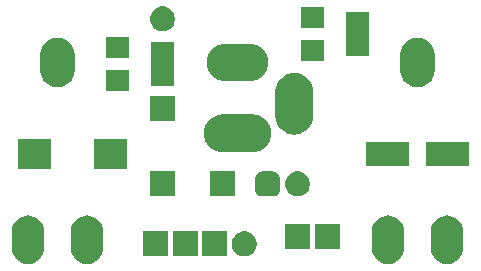
<source format=gbr>
G04 #@! TF.GenerationSoftware,KiCad,Pcbnew,5.1.6-c6e7f7d~87~ubuntu19.10.1*
G04 #@! TF.CreationDate,2022-07-30T16:49:33+06:00*
G04 #@! TF.ProjectId,1590N1_connector_board_r1b,31353930-4e31-45f6-936f-6e6e6563746f,1B*
G04 #@! TF.SameCoordinates,Original*
G04 #@! TF.FileFunction,Soldermask,Top*
G04 #@! TF.FilePolarity,Negative*
%FSLAX46Y46*%
G04 Gerber Fmt 4.6, Leading zero omitted, Abs format (unit mm)*
G04 Created by KiCad (PCBNEW 5.1.6-c6e7f7d~87~ubuntu19.10.1) date 2022-07-30 16:49:33*
%MOMM*%
%LPD*%
G01*
G04 APERTURE LIST*
%ADD10C,0.100000*%
G04 APERTURE END LIST*
D10*
G36*
X118414645Y-155724533D02*
G01*
X118669121Y-155801728D01*
X118903648Y-155927085D01*
X119109212Y-156095787D01*
X119277915Y-156301351D01*
X119403272Y-156535878D01*
X119480467Y-156790354D01*
X119500000Y-156988679D01*
X119500000Y-158521321D01*
X119480467Y-158719646D01*
X119403272Y-158974122D01*
X119277915Y-159208649D01*
X119109213Y-159414213D01*
X118903649Y-159582915D01*
X118669122Y-159708272D01*
X118414646Y-159785467D01*
X118150000Y-159811532D01*
X117885355Y-159785467D01*
X117630879Y-159708272D01*
X117396352Y-159582915D01*
X117190788Y-159414213D01*
X117022086Y-159208649D01*
X116896729Y-158974122D01*
X116819533Y-158719646D01*
X116800000Y-158521321D01*
X116800000Y-156988680D01*
X116819533Y-156790355D01*
X116896728Y-156535879D01*
X117022085Y-156301352D01*
X117190787Y-156095788D01*
X117396351Y-155927085D01*
X117630878Y-155801728D01*
X117885354Y-155724533D01*
X118150000Y-155698468D01*
X118414645Y-155724533D01*
G37*
G36*
X123414645Y-155724533D02*
G01*
X123669121Y-155801728D01*
X123903648Y-155927085D01*
X124109212Y-156095787D01*
X124277915Y-156301351D01*
X124403272Y-156535878D01*
X124480467Y-156790354D01*
X124500000Y-156988679D01*
X124500000Y-158521321D01*
X124480467Y-158719646D01*
X124403272Y-158974122D01*
X124277915Y-159208649D01*
X124109213Y-159414213D01*
X123903649Y-159582915D01*
X123669122Y-159708272D01*
X123414646Y-159785467D01*
X123150000Y-159811532D01*
X122885355Y-159785467D01*
X122630879Y-159708272D01*
X122396352Y-159582915D01*
X122190788Y-159414213D01*
X122022086Y-159208649D01*
X121896729Y-158974122D01*
X121819533Y-158719646D01*
X121800000Y-158521321D01*
X121800000Y-156988680D01*
X121819533Y-156790355D01*
X121896728Y-156535879D01*
X122022085Y-156301352D01*
X122190787Y-156095788D01*
X122396351Y-155927085D01*
X122630878Y-155801728D01*
X122885354Y-155724533D01*
X123150000Y-155698468D01*
X123414645Y-155724533D01*
G37*
G36*
X87934645Y-155724533D02*
G01*
X88189121Y-155801728D01*
X88423648Y-155927085D01*
X88629212Y-156095787D01*
X88797915Y-156301351D01*
X88923272Y-156535878D01*
X89000467Y-156790354D01*
X89020000Y-156988679D01*
X89020000Y-158521321D01*
X89000467Y-158719646D01*
X88923272Y-158974122D01*
X88797915Y-159208649D01*
X88629213Y-159414213D01*
X88423649Y-159582915D01*
X88189122Y-159708272D01*
X87934646Y-159785467D01*
X87670000Y-159811532D01*
X87405355Y-159785467D01*
X87150879Y-159708272D01*
X86916352Y-159582915D01*
X86710788Y-159414213D01*
X86542086Y-159208649D01*
X86416729Y-158974122D01*
X86339533Y-158719646D01*
X86320000Y-158521321D01*
X86320000Y-156988680D01*
X86339533Y-156790355D01*
X86416728Y-156535879D01*
X86542085Y-156301352D01*
X86710787Y-156095788D01*
X86916351Y-155927085D01*
X87150878Y-155801728D01*
X87405354Y-155724533D01*
X87670000Y-155698468D01*
X87934645Y-155724533D01*
G37*
G36*
X92934645Y-155724533D02*
G01*
X93189121Y-155801728D01*
X93423648Y-155927085D01*
X93629212Y-156095787D01*
X93797915Y-156301351D01*
X93923272Y-156535878D01*
X94000467Y-156790354D01*
X94020000Y-156988679D01*
X94020000Y-158521321D01*
X94000467Y-158719646D01*
X93923272Y-158974122D01*
X93797915Y-159208649D01*
X93629213Y-159414213D01*
X93423649Y-159582915D01*
X93189122Y-159708272D01*
X92934646Y-159785467D01*
X92670000Y-159811532D01*
X92405355Y-159785467D01*
X92150879Y-159708272D01*
X91916352Y-159582915D01*
X91710788Y-159414213D01*
X91542086Y-159208649D01*
X91416729Y-158974122D01*
X91339533Y-158719646D01*
X91320000Y-158521321D01*
X91320000Y-156988680D01*
X91339533Y-156790355D01*
X91416728Y-156535879D01*
X91542085Y-156301352D01*
X91710787Y-156095788D01*
X91916351Y-155927085D01*
X92150878Y-155801728D01*
X92405354Y-155724533D01*
X92670000Y-155698468D01*
X92934645Y-155724533D01*
G37*
G36*
X102035000Y-159165000D02*
G01*
X99935000Y-159165000D01*
X99935000Y-157065000D01*
X102035000Y-157065000D01*
X102035000Y-159165000D01*
G37*
G36*
X99535000Y-159165000D02*
G01*
X97435000Y-159165000D01*
X97435000Y-157065000D01*
X99535000Y-157065000D01*
X99535000Y-159165000D01*
G37*
G36*
X106291274Y-157105350D02*
G01*
X106482362Y-157184502D01*
X106654336Y-157299411D01*
X106800589Y-157445664D01*
X106915498Y-157617638D01*
X106994650Y-157808726D01*
X107035000Y-158011584D01*
X107035000Y-158218416D01*
X106994650Y-158421274D01*
X106915498Y-158612362D01*
X106800589Y-158784336D01*
X106654336Y-158930589D01*
X106482362Y-159045498D01*
X106291274Y-159124650D01*
X106088416Y-159165000D01*
X105881584Y-159165000D01*
X105678726Y-159124650D01*
X105487638Y-159045498D01*
X105315664Y-158930589D01*
X105169411Y-158784336D01*
X105054502Y-158612362D01*
X104975350Y-158421274D01*
X104935000Y-158218416D01*
X104935000Y-158011584D01*
X104975350Y-157808726D01*
X105054502Y-157617638D01*
X105169411Y-157445664D01*
X105315664Y-157299411D01*
X105487638Y-157184502D01*
X105678726Y-157105350D01*
X105881584Y-157065000D01*
X106088416Y-157065000D01*
X106291274Y-157105350D01*
G37*
G36*
X104535000Y-159165000D02*
G01*
X102435000Y-159165000D01*
X102435000Y-157065000D01*
X104535000Y-157065000D01*
X104535000Y-159165000D01*
G37*
G36*
X111540000Y-158530000D02*
G01*
X109440000Y-158530000D01*
X109440000Y-156430000D01*
X111540000Y-156430000D01*
X111540000Y-158530000D01*
G37*
G36*
X114080000Y-158530000D02*
G01*
X111980000Y-158530000D01*
X111980000Y-156430000D01*
X114080000Y-156430000D01*
X114080000Y-158530000D01*
G37*
G36*
X100110000Y-154085000D02*
G01*
X98010000Y-154085000D01*
X98010000Y-151985000D01*
X100110000Y-151985000D01*
X100110000Y-154085000D01*
G37*
G36*
X105190000Y-154085000D02*
G01*
X103090000Y-154085000D01*
X103090000Y-151985000D01*
X105190000Y-151985000D01*
X105190000Y-154085000D01*
G37*
G36*
X108525007Y-151996811D02*
G01*
X108635599Y-152030358D01*
X108737517Y-152084834D01*
X108826851Y-152158149D01*
X108900166Y-152247483D01*
X108954642Y-152349401D01*
X108988189Y-152459993D01*
X109000000Y-152579908D01*
X109000000Y-153490092D01*
X108988189Y-153610007D01*
X108954642Y-153720599D01*
X108900166Y-153822517D01*
X108826851Y-153911851D01*
X108737517Y-153985166D01*
X108635599Y-154039642D01*
X108525007Y-154073189D01*
X108405092Y-154085000D01*
X107494908Y-154085000D01*
X107374993Y-154073189D01*
X107264401Y-154039642D01*
X107162483Y-153985166D01*
X107073149Y-153911851D01*
X106999834Y-153822517D01*
X106945358Y-153720599D01*
X106911811Y-153610007D01*
X106900000Y-153490092D01*
X106900000Y-152579908D01*
X106911811Y-152459993D01*
X106945358Y-152349401D01*
X106999834Y-152247483D01*
X107073149Y-152158149D01*
X107162483Y-152084834D01*
X107264401Y-152030358D01*
X107374993Y-151996811D01*
X107494908Y-151985000D01*
X108405092Y-151985000D01*
X108525007Y-151996811D01*
G37*
G36*
X110796274Y-152025350D02*
G01*
X110987362Y-152104502D01*
X111159336Y-152219411D01*
X111305589Y-152365664D01*
X111420498Y-152537638D01*
X111499650Y-152728726D01*
X111540000Y-152931584D01*
X111540000Y-153138416D01*
X111499650Y-153341274D01*
X111420498Y-153532362D01*
X111305589Y-153704336D01*
X111159336Y-153850589D01*
X110987362Y-153965498D01*
X110796274Y-154044650D01*
X110593416Y-154085000D01*
X110386584Y-154085000D01*
X110183726Y-154044650D01*
X109992638Y-153965498D01*
X109820664Y-153850589D01*
X109674411Y-153704336D01*
X109559502Y-153532362D01*
X109480350Y-153341274D01*
X109440000Y-153138416D01*
X109440000Y-152931584D01*
X109480350Y-152728726D01*
X109559502Y-152537638D01*
X109674411Y-152365664D01*
X109820664Y-152219411D01*
X109992638Y-152104502D01*
X110183726Y-152025350D01*
X110386584Y-151985000D01*
X110593416Y-151985000D01*
X110796274Y-152025350D01*
G37*
G36*
X89640000Y-151795000D02*
G01*
X86840000Y-151795000D01*
X86840000Y-149195000D01*
X89640000Y-149195000D01*
X89640000Y-151795000D01*
G37*
G36*
X96040000Y-151795000D02*
G01*
X93240000Y-151795000D01*
X93240000Y-149195000D01*
X96040000Y-149195000D01*
X96040000Y-151795000D01*
G37*
G36*
X125040000Y-151495000D02*
G01*
X121340000Y-151495000D01*
X121340000Y-149495000D01*
X125040000Y-149495000D01*
X125040000Y-151495000D01*
G37*
G36*
X119960000Y-151495000D02*
G01*
X116260000Y-151495000D01*
X116260000Y-149495000D01*
X119960000Y-149495000D01*
X119960000Y-151495000D01*
G37*
G36*
X106906496Y-147171536D02*
G01*
X106973655Y-147178151D01*
X107174722Y-147239144D01*
X107275257Y-147269641D01*
X107553215Y-147418213D01*
X107796845Y-147618155D01*
X107996787Y-147861785D01*
X108145359Y-148139743D01*
X108145359Y-148139744D01*
X108236849Y-148441345D01*
X108236849Y-148441347D01*
X108267742Y-148755000D01*
X108241933Y-149017037D01*
X108236849Y-149068655D01*
X108175856Y-149269722D01*
X108145359Y-149370257D01*
X107996787Y-149648215D01*
X107796845Y-149891845D01*
X107553215Y-150091787D01*
X107275257Y-150240359D01*
X107174722Y-150270856D01*
X106973655Y-150331849D01*
X106906496Y-150338464D01*
X106738602Y-150355000D01*
X104081398Y-150355000D01*
X103913504Y-150338464D01*
X103846345Y-150331849D01*
X103645278Y-150270856D01*
X103544743Y-150240359D01*
X103266785Y-150091787D01*
X103023155Y-149891845D01*
X102823213Y-149648215D01*
X102674641Y-149370257D01*
X102644144Y-149269722D01*
X102583151Y-149068655D01*
X102578067Y-149017037D01*
X102552258Y-148755000D01*
X102583151Y-148441347D01*
X102583151Y-148441345D01*
X102674641Y-148139744D01*
X102674641Y-148139743D01*
X102823213Y-147861785D01*
X103023155Y-147618155D01*
X103266785Y-147418213D01*
X103544743Y-147269641D01*
X103645278Y-147239144D01*
X103846345Y-147178151D01*
X103913504Y-147171536D01*
X104081398Y-147155000D01*
X106738602Y-147155000D01*
X106906496Y-147171536D01*
G37*
G36*
X110472036Y-143673067D02*
G01*
X110523654Y-143678151D01*
X110724721Y-143739144D01*
X110825256Y-143769641D01*
X111053883Y-143891845D01*
X111103212Y-143918212D01*
X111346845Y-144118155D01*
X111346846Y-144118157D01*
X111346848Y-144118158D01*
X111546787Y-144361785D01*
X111695359Y-144639743D01*
X111721221Y-144725000D01*
X111786849Y-144941345D01*
X111810000Y-145176403D01*
X111810000Y-147333597D01*
X111786849Y-147568655D01*
X111771833Y-147618155D01*
X111695359Y-147870257D01*
X111546787Y-148148215D01*
X111346845Y-148391845D01*
X111103215Y-148591787D01*
X110825257Y-148740359D01*
X110724722Y-148770856D01*
X110523655Y-148831849D01*
X110472037Y-148836933D01*
X110210000Y-148862742D01*
X109947964Y-148836933D01*
X109896346Y-148831849D01*
X109695279Y-148770856D01*
X109594744Y-148740359D01*
X109316786Y-148591787D01*
X109073156Y-148391845D01*
X108873214Y-148148215D01*
X108724642Y-147870257D01*
X108648168Y-147618155D01*
X108633152Y-147568655D01*
X108610001Y-147333597D01*
X108610000Y-145176404D01*
X108610001Y-145176398D01*
X108633151Y-144941348D01*
X108633151Y-144941346D01*
X108724641Y-144639745D01*
X108724641Y-144639744D01*
X108873211Y-144361790D01*
X108873212Y-144361788D01*
X109073155Y-144118155D01*
X109073157Y-144118154D01*
X109073158Y-144118152D01*
X109316785Y-143918213D01*
X109594743Y-143769641D01*
X109695278Y-143739144D01*
X109896345Y-143678151D01*
X109947963Y-143673067D01*
X110210000Y-143647258D01*
X110472036Y-143673067D01*
G37*
G36*
X100110000Y-147735000D02*
G01*
X98010000Y-147735000D01*
X98010000Y-145635000D01*
X100110000Y-145635000D01*
X100110000Y-147735000D01*
G37*
G36*
X96250000Y-145175000D02*
G01*
X94250000Y-145175000D01*
X94250000Y-143375000D01*
X96250000Y-143375000D01*
X96250000Y-145175000D01*
G37*
G36*
X120887470Y-140671374D02*
G01*
X120934249Y-140675981D01*
X121021066Y-140702317D01*
X121207576Y-140758893D01*
X121459472Y-140893535D01*
X121680265Y-141074735D01*
X121861465Y-141295527D01*
X121996107Y-141547423D01*
X122052683Y-141733933D01*
X122079019Y-141820750D01*
X122100000Y-142033775D01*
X122100000Y-143476225D01*
X122079019Y-143689250D01*
X122052683Y-143776067D01*
X121996107Y-143962577D01*
X121861465Y-144214473D01*
X121680265Y-144435265D01*
X121459473Y-144616465D01*
X121207577Y-144751107D01*
X121021067Y-144807683D01*
X120934250Y-144834019D01*
X120887471Y-144838626D01*
X120650000Y-144862016D01*
X120412530Y-144838626D01*
X120365751Y-144834019D01*
X120278934Y-144807683D01*
X120092424Y-144751107D01*
X119840528Y-144616465D01*
X119619736Y-144435265D01*
X119438537Y-144214474D01*
X119387053Y-144118155D01*
X119303892Y-143962574D01*
X119245367Y-143769641D01*
X119220981Y-143689250D01*
X119200000Y-143476225D01*
X119200000Y-142033776D01*
X119200001Y-142033770D01*
X119220981Y-141820753D01*
X119220981Y-141820751D01*
X119247317Y-141733934D01*
X119303893Y-141547424D01*
X119438535Y-141295528D01*
X119619735Y-141074735D01*
X119840527Y-140893535D01*
X120092423Y-140758893D01*
X120278933Y-140702317D01*
X120365750Y-140675981D01*
X120412529Y-140671374D01*
X120650000Y-140647984D01*
X120887470Y-140671374D01*
G37*
G36*
X90407470Y-140671374D02*
G01*
X90454249Y-140675981D01*
X90541066Y-140702317D01*
X90727576Y-140758893D01*
X90979472Y-140893535D01*
X91200265Y-141074735D01*
X91381465Y-141295527D01*
X91516107Y-141547423D01*
X91572683Y-141733933D01*
X91599019Y-141820750D01*
X91620000Y-142033775D01*
X91620000Y-143476225D01*
X91599019Y-143689250D01*
X91572683Y-143776067D01*
X91516107Y-143962577D01*
X91381465Y-144214473D01*
X91200265Y-144435265D01*
X90979473Y-144616465D01*
X90727577Y-144751107D01*
X90541067Y-144807683D01*
X90454250Y-144834019D01*
X90407471Y-144838626D01*
X90170000Y-144862016D01*
X89932530Y-144838626D01*
X89885751Y-144834019D01*
X89798934Y-144807683D01*
X89612424Y-144751107D01*
X89360528Y-144616465D01*
X89139736Y-144435265D01*
X88958537Y-144214474D01*
X88907053Y-144118155D01*
X88823892Y-143962574D01*
X88765367Y-143769641D01*
X88740981Y-143689250D01*
X88720000Y-143476225D01*
X88720000Y-142033776D01*
X88720001Y-142033770D01*
X88740981Y-141820753D01*
X88740981Y-141820751D01*
X88767317Y-141733934D01*
X88823893Y-141547424D01*
X88958535Y-141295528D01*
X89139735Y-141074735D01*
X89360527Y-140893535D01*
X89612423Y-140758893D01*
X89798933Y-140702317D01*
X89885750Y-140675981D01*
X89932529Y-140671374D01*
X90170000Y-140647984D01*
X90407470Y-140671374D01*
G37*
G36*
X100060000Y-144725000D02*
G01*
X98060000Y-144725000D01*
X98060000Y-141025000D01*
X100060000Y-141025000D01*
X100060000Y-144725000D01*
G37*
G36*
X106656496Y-141171536D02*
G01*
X106723655Y-141178151D01*
X106924722Y-141239144D01*
X107025257Y-141269641D01*
X107303215Y-141418213D01*
X107546845Y-141618155D01*
X107746787Y-141861785D01*
X107895359Y-142139743D01*
X107895359Y-142139744D01*
X107986849Y-142441345D01*
X107986849Y-142441347D01*
X108017742Y-142755000D01*
X108010847Y-142825000D01*
X107986849Y-143068655D01*
X107925856Y-143269722D01*
X107895359Y-143370257D01*
X107746787Y-143648215D01*
X107546845Y-143891845D01*
X107303215Y-144091787D01*
X107025257Y-144240359D01*
X106924722Y-144270856D01*
X106723655Y-144331849D01*
X106656496Y-144338464D01*
X106488602Y-144355000D01*
X104331398Y-144355000D01*
X104163504Y-144338464D01*
X104096345Y-144331849D01*
X103895278Y-144270856D01*
X103794743Y-144240359D01*
X103516785Y-144091787D01*
X103273155Y-143891845D01*
X103073213Y-143648215D01*
X102924641Y-143370257D01*
X102894144Y-143269722D01*
X102833151Y-143068655D01*
X102809153Y-142825000D01*
X102802258Y-142755000D01*
X102833151Y-142441347D01*
X102833151Y-142441345D01*
X102924641Y-142139744D01*
X102924641Y-142139743D01*
X103073213Y-141861785D01*
X103273155Y-141618155D01*
X103516785Y-141418213D01*
X103794743Y-141269641D01*
X103895278Y-141239144D01*
X104096345Y-141178151D01*
X104163504Y-141171536D01*
X104331398Y-141155000D01*
X106488602Y-141155000D01*
X106656496Y-141171536D01*
G37*
G36*
X112760000Y-142635000D02*
G01*
X110760000Y-142635000D01*
X110760000Y-140835000D01*
X112760000Y-140835000D01*
X112760000Y-142635000D01*
G37*
G36*
X96250000Y-142375000D02*
G01*
X94250000Y-142375000D01*
X94250000Y-140575000D01*
X96250000Y-140575000D01*
X96250000Y-142375000D01*
G37*
G36*
X116570000Y-142185000D02*
G01*
X114570000Y-142185000D01*
X114570000Y-138485000D01*
X116570000Y-138485000D01*
X116570000Y-142185000D01*
G37*
G36*
X99366274Y-138055350D02*
G01*
X99557362Y-138134502D01*
X99729336Y-138249411D01*
X99875589Y-138395664D01*
X99990498Y-138567638D01*
X100069650Y-138758726D01*
X100110000Y-138961584D01*
X100110000Y-139168416D01*
X100069650Y-139371274D01*
X99990498Y-139562362D01*
X99875589Y-139734336D01*
X99729336Y-139880589D01*
X99557362Y-139995498D01*
X99366274Y-140074650D01*
X99163416Y-140115000D01*
X98956584Y-140115000D01*
X98753726Y-140074650D01*
X98562638Y-139995498D01*
X98390664Y-139880589D01*
X98244411Y-139734336D01*
X98129502Y-139562362D01*
X98050350Y-139371274D01*
X98010000Y-139168416D01*
X98010000Y-138961584D01*
X98050350Y-138758726D01*
X98129502Y-138567638D01*
X98244411Y-138395664D01*
X98390664Y-138249411D01*
X98562638Y-138134502D01*
X98753726Y-138055350D01*
X98956584Y-138015000D01*
X99163416Y-138015000D01*
X99366274Y-138055350D01*
G37*
G36*
X112760000Y-139835000D02*
G01*
X110760000Y-139835000D01*
X110760000Y-138035000D01*
X112760000Y-138035000D01*
X112760000Y-139835000D01*
G37*
M02*

</source>
